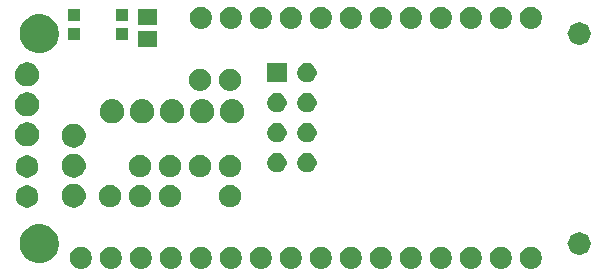
<source format=gbr>
G04 #@! TF.GenerationSoftware,KiCad,Pcbnew,(5.1.4-0-10_14)*
G04 #@! TF.CreationDate,2019-11-15T10:31:40+01:00*
G04 #@! TF.ProjectId,FeatherWing nRF24L01 Adapter,46656174-6865-4725-9769-6e67206e5246,rev?*
G04 #@! TF.SameCoordinates,Original*
G04 #@! TF.FileFunction,Soldermask,Top*
G04 #@! TF.FilePolarity,Negative*
%FSLAX46Y46*%
G04 Gerber Fmt 4.6, Leading zero omitted, Abs format (unit mm)*
G04 Created by KiCad (PCBNEW (5.1.4-0-10_14)) date 2019-11-15 10:31:40*
%MOMM*%
%LPD*%
G04 APERTURE LIST*
%ADD10C,0.500000*%
%ADD11C,0.100000*%
G04 APERTURE END LIST*
D10*
X147205000Y-81280000D02*
G75*
G03X147955000Y-82030000I750000J0D01*
G01*
X147955000Y-82030000D02*
G75*
G03X148705000Y-81280000I0J750000D01*
G01*
X148705000Y-81280000D02*
G75*
G03X147955000Y-80530000I-750000J0D01*
G01*
X147955000Y-80530000D02*
G75*
G03X147205000Y-81280000I0J-750000D01*
G01*
X147205000Y-99060000D02*
G75*
G03X147955000Y-99810000I750000J0D01*
G01*
X147955000Y-99810000D02*
G75*
G03X148705000Y-99060000I0J750000D01*
G01*
X148705000Y-99060000D02*
G75*
G03X147955000Y-98310000I-750000J0D01*
G01*
X147955000Y-98310000D02*
G75*
G03X147205000Y-99060000I0J-750000D01*
G01*
D11*
G36*
X144068607Y-99334278D02*
G01*
X144129129Y-99346317D01*
X144300162Y-99417161D01*
X144454087Y-99520011D01*
X144584990Y-99650914D01*
X144687840Y-99804839D01*
X144758684Y-99975872D01*
X144794800Y-100157439D01*
X144794800Y-100342563D01*
X144758684Y-100524130D01*
X144687840Y-100695163D01*
X144584990Y-100849088D01*
X144454087Y-100979991D01*
X144300162Y-101082841D01*
X144129129Y-101153685D01*
X144068607Y-101165724D01*
X143947564Y-101189801D01*
X143762436Y-101189801D01*
X143641393Y-101165724D01*
X143580871Y-101153685D01*
X143409838Y-101082841D01*
X143255913Y-100979991D01*
X143125010Y-100849088D01*
X143022160Y-100695163D01*
X142951316Y-100524130D01*
X142915200Y-100342563D01*
X142915200Y-100157439D01*
X142951316Y-99975872D01*
X143022160Y-99804839D01*
X143125010Y-99650914D01*
X143255913Y-99520011D01*
X143409838Y-99417161D01*
X143580871Y-99346317D01*
X143641393Y-99334278D01*
X143762436Y-99310201D01*
X143947564Y-99310201D01*
X144068607Y-99334278D01*
X144068607Y-99334278D01*
G37*
G36*
X141528607Y-99334278D02*
G01*
X141589129Y-99346317D01*
X141760162Y-99417161D01*
X141914087Y-99520011D01*
X142044990Y-99650914D01*
X142147840Y-99804839D01*
X142218684Y-99975872D01*
X142254800Y-100157439D01*
X142254800Y-100342563D01*
X142218684Y-100524130D01*
X142147840Y-100695163D01*
X142044990Y-100849088D01*
X141914087Y-100979991D01*
X141760162Y-101082841D01*
X141589129Y-101153685D01*
X141528607Y-101165724D01*
X141407564Y-101189801D01*
X141222436Y-101189801D01*
X141101393Y-101165724D01*
X141040871Y-101153685D01*
X140869838Y-101082841D01*
X140715913Y-100979991D01*
X140585010Y-100849088D01*
X140482160Y-100695163D01*
X140411316Y-100524130D01*
X140375200Y-100342563D01*
X140375200Y-100157439D01*
X140411316Y-99975872D01*
X140482160Y-99804839D01*
X140585010Y-99650914D01*
X140715913Y-99520011D01*
X140869838Y-99417161D01*
X141040871Y-99346317D01*
X141101393Y-99334278D01*
X141222436Y-99310201D01*
X141407564Y-99310201D01*
X141528607Y-99334278D01*
X141528607Y-99334278D01*
G37*
G36*
X138988607Y-99334278D02*
G01*
X139049129Y-99346317D01*
X139220162Y-99417161D01*
X139374087Y-99520011D01*
X139504990Y-99650914D01*
X139607840Y-99804839D01*
X139678684Y-99975872D01*
X139714800Y-100157439D01*
X139714800Y-100342563D01*
X139678684Y-100524130D01*
X139607840Y-100695163D01*
X139504990Y-100849088D01*
X139374087Y-100979991D01*
X139220162Y-101082841D01*
X139049129Y-101153685D01*
X138988607Y-101165724D01*
X138867564Y-101189801D01*
X138682436Y-101189801D01*
X138561393Y-101165724D01*
X138500871Y-101153685D01*
X138329838Y-101082841D01*
X138175913Y-100979991D01*
X138045010Y-100849088D01*
X137942160Y-100695163D01*
X137871316Y-100524130D01*
X137835200Y-100342563D01*
X137835200Y-100157439D01*
X137871316Y-99975872D01*
X137942160Y-99804839D01*
X138045010Y-99650914D01*
X138175913Y-99520011D01*
X138329838Y-99417161D01*
X138500871Y-99346317D01*
X138561393Y-99334278D01*
X138682436Y-99310201D01*
X138867564Y-99310201D01*
X138988607Y-99334278D01*
X138988607Y-99334278D01*
G37*
G36*
X136448607Y-99334278D02*
G01*
X136509129Y-99346317D01*
X136680162Y-99417161D01*
X136834087Y-99520011D01*
X136964990Y-99650914D01*
X137067840Y-99804839D01*
X137138684Y-99975872D01*
X137174800Y-100157439D01*
X137174800Y-100342563D01*
X137138684Y-100524130D01*
X137067840Y-100695163D01*
X136964990Y-100849088D01*
X136834087Y-100979991D01*
X136680162Y-101082841D01*
X136509129Y-101153685D01*
X136448607Y-101165724D01*
X136327564Y-101189801D01*
X136142436Y-101189801D01*
X136021393Y-101165724D01*
X135960871Y-101153685D01*
X135789838Y-101082841D01*
X135635913Y-100979991D01*
X135505010Y-100849088D01*
X135402160Y-100695163D01*
X135331316Y-100524130D01*
X135295200Y-100342563D01*
X135295200Y-100157439D01*
X135331316Y-99975872D01*
X135402160Y-99804839D01*
X135505010Y-99650914D01*
X135635913Y-99520011D01*
X135789838Y-99417161D01*
X135960871Y-99346317D01*
X136021393Y-99334278D01*
X136142436Y-99310201D01*
X136327564Y-99310201D01*
X136448607Y-99334278D01*
X136448607Y-99334278D01*
G37*
G36*
X133908607Y-99334278D02*
G01*
X133969129Y-99346317D01*
X134140162Y-99417161D01*
X134294087Y-99520011D01*
X134424990Y-99650914D01*
X134527840Y-99804839D01*
X134598684Y-99975872D01*
X134634800Y-100157439D01*
X134634800Y-100342563D01*
X134598684Y-100524130D01*
X134527840Y-100695163D01*
X134424990Y-100849088D01*
X134294087Y-100979991D01*
X134140162Y-101082841D01*
X133969129Y-101153685D01*
X133908607Y-101165724D01*
X133787564Y-101189801D01*
X133602436Y-101189801D01*
X133481393Y-101165724D01*
X133420871Y-101153685D01*
X133249838Y-101082841D01*
X133095913Y-100979991D01*
X132965010Y-100849088D01*
X132862160Y-100695163D01*
X132791316Y-100524130D01*
X132755200Y-100342563D01*
X132755200Y-100157439D01*
X132791316Y-99975872D01*
X132862160Y-99804839D01*
X132965010Y-99650914D01*
X133095913Y-99520011D01*
X133249838Y-99417161D01*
X133420871Y-99346317D01*
X133481393Y-99334278D01*
X133602436Y-99310201D01*
X133787564Y-99310201D01*
X133908607Y-99334278D01*
X133908607Y-99334278D01*
G37*
G36*
X131368607Y-99334278D02*
G01*
X131429129Y-99346317D01*
X131600162Y-99417161D01*
X131754087Y-99520011D01*
X131884990Y-99650914D01*
X131987840Y-99804839D01*
X132058684Y-99975872D01*
X132094800Y-100157439D01*
X132094800Y-100342563D01*
X132058684Y-100524130D01*
X131987840Y-100695163D01*
X131884990Y-100849088D01*
X131754087Y-100979991D01*
X131600162Y-101082841D01*
X131429129Y-101153685D01*
X131368607Y-101165724D01*
X131247564Y-101189801D01*
X131062436Y-101189801D01*
X130941393Y-101165724D01*
X130880871Y-101153685D01*
X130709838Y-101082841D01*
X130555913Y-100979991D01*
X130425010Y-100849088D01*
X130322160Y-100695163D01*
X130251316Y-100524130D01*
X130215200Y-100342563D01*
X130215200Y-100157439D01*
X130251316Y-99975872D01*
X130322160Y-99804839D01*
X130425010Y-99650914D01*
X130555913Y-99520011D01*
X130709838Y-99417161D01*
X130880871Y-99346317D01*
X130941393Y-99334278D01*
X131062436Y-99310201D01*
X131247564Y-99310201D01*
X131368607Y-99334278D01*
X131368607Y-99334278D01*
G37*
G36*
X128828607Y-99334278D02*
G01*
X128889129Y-99346317D01*
X129060162Y-99417161D01*
X129214087Y-99520011D01*
X129344990Y-99650914D01*
X129447840Y-99804839D01*
X129518684Y-99975872D01*
X129554800Y-100157439D01*
X129554800Y-100342563D01*
X129518684Y-100524130D01*
X129447840Y-100695163D01*
X129344990Y-100849088D01*
X129214087Y-100979991D01*
X129060162Y-101082841D01*
X128889129Y-101153685D01*
X128828607Y-101165724D01*
X128707564Y-101189801D01*
X128522436Y-101189801D01*
X128401393Y-101165724D01*
X128340871Y-101153685D01*
X128169838Y-101082841D01*
X128015913Y-100979991D01*
X127885010Y-100849088D01*
X127782160Y-100695163D01*
X127711316Y-100524130D01*
X127675200Y-100342563D01*
X127675200Y-100157439D01*
X127711316Y-99975872D01*
X127782160Y-99804839D01*
X127885010Y-99650914D01*
X128015913Y-99520011D01*
X128169838Y-99417161D01*
X128340871Y-99346317D01*
X128401393Y-99334278D01*
X128522436Y-99310201D01*
X128707564Y-99310201D01*
X128828607Y-99334278D01*
X128828607Y-99334278D01*
G37*
G36*
X126288607Y-99334278D02*
G01*
X126349129Y-99346317D01*
X126520162Y-99417161D01*
X126674087Y-99520011D01*
X126804990Y-99650914D01*
X126907840Y-99804839D01*
X126978684Y-99975872D01*
X127014800Y-100157439D01*
X127014800Y-100342563D01*
X126978684Y-100524130D01*
X126907840Y-100695163D01*
X126804990Y-100849088D01*
X126674087Y-100979991D01*
X126520162Y-101082841D01*
X126349129Y-101153685D01*
X126288607Y-101165724D01*
X126167564Y-101189801D01*
X125982436Y-101189801D01*
X125861393Y-101165724D01*
X125800871Y-101153685D01*
X125629838Y-101082841D01*
X125475913Y-100979991D01*
X125345010Y-100849088D01*
X125242160Y-100695163D01*
X125171316Y-100524130D01*
X125135200Y-100342563D01*
X125135200Y-100157439D01*
X125171316Y-99975872D01*
X125242160Y-99804839D01*
X125345010Y-99650914D01*
X125475913Y-99520011D01*
X125629838Y-99417161D01*
X125800871Y-99346317D01*
X125861393Y-99334278D01*
X125982436Y-99310201D01*
X126167564Y-99310201D01*
X126288607Y-99334278D01*
X126288607Y-99334278D01*
G37*
G36*
X123748607Y-99334278D02*
G01*
X123809129Y-99346317D01*
X123980162Y-99417161D01*
X124134087Y-99520011D01*
X124264990Y-99650914D01*
X124367840Y-99804839D01*
X124438684Y-99975872D01*
X124474800Y-100157439D01*
X124474800Y-100342563D01*
X124438684Y-100524130D01*
X124367840Y-100695163D01*
X124264990Y-100849088D01*
X124134087Y-100979991D01*
X123980162Y-101082841D01*
X123809129Y-101153685D01*
X123748607Y-101165724D01*
X123627564Y-101189801D01*
X123442436Y-101189801D01*
X123321393Y-101165724D01*
X123260871Y-101153685D01*
X123089838Y-101082841D01*
X122935913Y-100979991D01*
X122805010Y-100849088D01*
X122702160Y-100695163D01*
X122631316Y-100524130D01*
X122595200Y-100342563D01*
X122595200Y-100157439D01*
X122631316Y-99975872D01*
X122702160Y-99804839D01*
X122805010Y-99650914D01*
X122935913Y-99520011D01*
X123089838Y-99417161D01*
X123260871Y-99346317D01*
X123321393Y-99334278D01*
X123442436Y-99310201D01*
X123627564Y-99310201D01*
X123748607Y-99334278D01*
X123748607Y-99334278D01*
G37*
G36*
X121208607Y-99334278D02*
G01*
X121269129Y-99346317D01*
X121440162Y-99417161D01*
X121594087Y-99520011D01*
X121724990Y-99650914D01*
X121827840Y-99804839D01*
X121898684Y-99975872D01*
X121934800Y-100157439D01*
X121934800Y-100342563D01*
X121898684Y-100524130D01*
X121827840Y-100695163D01*
X121724990Y-100849088D01*
X121594087Y-100979991D01*
X121440162Y-101082841D01*
X121269129Y-101153685D01*
X121208607Y-101165724D01*
X121087564Y-101189801D01*
X120902436Y-101189801D01*
X120781393Y-101165724D01*
X120720871Y-101153685D01*
X120549838Y-101082841D01*
X120395913Y-100979991D01*
X120265010Y-100849088D01*
X120162160Y-100695163D01*
X120091316Y-100524130D01*
X120055200Y-100342563D01*
X120055200Y-100157439D01*
X120091316Y-99975872D01*
X120162160Y-99804839D01*
X120265010Y-99650914D01*
X120395913Y-99520011D01*
X120549838Y-99417161D01*
X120720871Y-99346317D01*
X120781393Y-99334278D01*
X120902436Y-99310201D01*
X121087564Y-99310201D01*
X121208607Y-99334278D01*
X121208607Y-99334278D01*
G37*
G36*
X118668607Y-99334278D02*
G01*
X118729129Y-99346317D01*
X118900162Y-99417161D01*
X119054087Y-99520011D01*
X119184990Y-99650914D01*
X119287840Y-99804839D01*
X119358684Y-99975872D01*
X119394800Y-100157439D01*
X119394800Y-100342563D01*
X119358684Y-100524130D01*
X119287840Y-100695163D01*
X119184990Y-100849088D01*
X119054087Y-100979991D01*
X118900162Y-101082841D01*
X118729129Y-101153685D01*
X118668607Y-101165724D01*
X118547564Y-101189801D01*
X118362436Y-101189801D01*
X118241393Y-101165724D01*
X118180871Y-101153685D01*
X118009838Y-101082841D01*
X117855913Y-100979991D01*
X117725010Y-100849088D01*
X117622160Y-100695163D01*
X117551316Y-100524130D01*
X117515200Y-100342563D01*
X117515200Y-100157439D01*
X117551316Y-99975872D01*
X117622160Y-99804839D01*
X117725010Y-99650914D01*
X117855913Y-99520011D01*
X118009838Y-99417161D01*
X118180871Y-99346317D01*
X118241393Y-99334278D01*
X118362436Y-99310201D01*
X118547564Y-99310201D01*
X118668607Y-99334278D01*
X118668607Y-99334278D01*
G37*
G36*
X116128607Y-99334278D02*
G01*
X116189129Y-99346317D01*
X116360162Y-99417161D01*
X116514087Y-99520011D01*
X116644990Y-99650914D01*
X116747840Y-99804839D01*
X116818684Y-99975872D01*
X116854800Y-100157439D01*
X116854800Y-100342563D01*
X116818684Y-100524130D01*
X116747840Y-100695163D01*
X116644990Y-100849088D01*
X116514087Y-100979991D01*
X116360162Y-101082841D01*
X116189129Y-101153685D01*
X116128607Y-101165724D01*
X116007564Y-101189801D01*
X115822436Y-101189801D01*
X115701393Y-101165724D01*
X115640871Y-101153685D01*
X115469838Y-101082841D01*
X115315913Y-100979991D01*
X115185010Y-100849088D01*
X115082160Y-100695163D01*
X115011316Y-100524130D01*
X114975200Y-100342563D01*
X114975200Y-100157439D01*
X115011316Y-99975872D01*
X115082160Y-99804839D01*
X115185010Y-99650914D01*
X115315913Y-99520011D01*
X115469838Y-99417161D01*
X115640871Y-99346317D01*
X115701393Y-99334278D01*
X115822436Y-99310201D01*
X116007564Y-99310201D01*
X116128607Y-99334278D01*
X116128607Y-99334278D01*
G37*
G36*
X113588607Y-99334278D02*
G01*
X113649129Y-99346317D01*
X113820162Y-99417161D01*
X113974087Y-99520011D01*
X114104990Y-99650914D01*
X114207840Y-99804839D01*
X114278684Y-99975872D01*
X114314800Y-100157439D01*
X114314800Y-100342563D01*
X114278684Y-100524130D01*
X114207840Y-100695163D01*
X114104990Y-100849088D01*
X113974087Y-100979991D01*
X113820162Y-101082841D01*
X113649129Y-101153685D01*
X113588607Y-101165724D01*
X113467564Y-101189801D01*
X113282436Y-101189801D01*
X113161393Y-101165724D01*
X113100871Y-101153685D01*
X112929838Y-101082841D01*
X112775913Y-100979991D01*
X112645010Y-100849088D01*
X112542160Y-100695163D01*
X112471316Y-100524130D01*
X112435200Y-100342563D01*
X112435200Y-100157439D01*
X112471316Y-99975872D01*
X112542160Y-99804839D01*
X112645010Y-99650914D01*
X112775913Y-99520011D01*
X112929838Y-99417161D01*
X113100871Y-99346317D01*
X113161393Y-99334278D01*
X113282436Y-99310201D01*
X113467564Y-99310201D01*
X113588607Y-99334278D01*
X113588607Y-99334278D01*
G37*
G36*
X111048607Y-99334278D02*
G01*
X111109129Y-99346317D01*
X111280162Y-99417161D01*
X111434087Y-99520011D01*
X111564990Y-99650914D01*
X111667840Y-99804839D01*
X111738684Y-99975872D01*
X111774800Y-100157439D01*
X111774800Y-100342563D01*
X111738684Y-100524130D01*
X111667840Y-100695163D01*
X111564990Y-100849088D01*
X111434087Y-100979991D01*
X111280162Y-101082841D01*
X111109129Y-101153685D01*
X111048607Y-101165724D01*
X110927564Y-101189801D01*
X110742436Y-101189801D01*
X110621393Y-101165724D01*
X110560871Y-101153685D01*
X110389838Y-101082841D01*
X110235913Y-100979991D01*
X110105010Y-100849088D01*
X110002160Y-100695163D01*
X109931316Y-100524130D01*
X109895200Y-100342563D01*
X109895200Y-100157439D01*
X109931316Y-99975872D01*
X110002160Y-99804839D01*
X110105010Y-99650914D01*
X110235913Y-99520011D01*
X110389838Y-99417161D01*
X110560871Y-99346317D01*
X110621393Y-99334278D01*
X110742436Y-99310201D01*
X110927564Y-99310201D01*
X111048607Y-99334278D01*
X111048607Y-99334278D01*
G37*
G36*
X108508607Y-99334278D02*
G01*
X108569129Y-99346317D01*
X108740162Y-99417161D01*
X108894087Y-99520011D01*
X109024990Y-99650914D01*
X109127840Y-99804839D01*
X109198684Y-99975872D01*
X109234800Y-100157439D01*
X109234800Y-100342563D01*
X109198684Y-100524130D01*
X109127840Y-100695163D01*
X109024990Y-100849088D01*
X108894087Y-100979991D01*
X108740162Y-101082841D01*
X108569129Y-101153685D01*
X108508607Y-101165724D01*
X108387564Y-101189801D01*
X108202436Y-101189801D01*
X108081393Y-101165724D01*
X108020871Y-101153685D01*
X107849838Y-101082841D01*
X107695913Y-100979991D01*
X107565010Y-100849088D01*
X107462160Y-100695163D01*
X107391316Y-100524130D01*
X107355200Y-100342563D01*
X107355200Y-100157439D01*
X107391316Y-99975872D01*
X107462160Y-99804839D01*
X107565010Y-99650914D01*
X107695913Y-99520011D01*
X107849838Y-99417161D01*
X108020871Y-99346317D01*
X108081393Y-99334278D01*
X108202436Y-99310201D01*
X108387564Y-99310201D01*
X108508607Y-99334278D01*
X108508607Y-99334278D01*
G37*
G36*
X105968607Y-99334278D02*
G01*
X106029129Y-99346317D01*
X106200162Y-99417161D01*
X106354087Y-99520011D01*
X106484990Y-99650914D01*
X106587840Y-99804839D01*
X106658684Y-99975872D01*
X106694800Y-100157439D01*
X106694800Y-100342563D01*
X106658684Y-100524130D01*
X106587840Y-100695163D01*
X106484990Y-100849088D01*
X106354087Y-100979991D01*
X106200162Y-101082841D01*
X106029129Y-101153685D01*
X105968607Y-101165724D01*
X105847564Y-101189801D01*
X105662436Y-101189801D01*
X105541393Y-101165724D01*
X105480871Y-101153685D01*
X105309838Y-101082841D01*
X105155913Y-100979991D01*
X105025010Y-100849088D01*
X104922160Y-100695163D01*
X104851316Y-100524130D01*
X104815200Y-100342563D01*
X104815200Y-100157439D01*
X104851316Y-99975872D01*
X104922160Y-99804839D01*
X105025010Y-99650914D01*
X105155913Y-99520011D01*
X105309838Y-99417161D01*
X105480871Y-99346317D01*
X105541393Y-99334278D01*
X105662436Y-99310201D01*
X105847564Y-99310201D01*
X105968607Y-99334278D01*
X105968607Y-99334278D01*
G37*
G36*
X102503900Y-97430346D02*
G01*
X102716521Y-97472639D01*
X103016947Y-97597080D01*
X103287324Y-97777740D01*
X103517260Y-98007676D01*
X103697920Y-98278053D01*
X103822361Y-98578479D01*
X103840670Y-98670525D01*
X103885800Y-98897409D01*
X103885800Y-99222591D01*
X103876214Y-99270783D01*
X103822361Y-99541521D01*
X103697920Y-99841947D01*
X103517260Y-100112324D01*
X103287324Y-100342260D01*
X103016947Y-100522920D01*
X102716521Y-100647361D01*
X102503900Y-100689654D01*
X102397591Y-100710800D01*
X102072409Y-100710800D01*
X101966100Y-100689654D01*
X101753479Y-100647361D01*
X101453053Y-100522920D01*
X101182676Y-100342260D01*
X100952740Y-100112324D01*
X100772080Y-99841947D01*
X100647639Y-99541521D01*
X100593786Y-99270783D01*
X100584200Y-99222591D01*
X100584200Y-98897409D01*
X100629330Y-98670525D01*
X100647639Y-98578479D01*
X100772080Y-98278053D01*
X100952740Y-98007676D01*
X101182676Y-97777740D01*
X101453053Y-97597080D01*
X101753479Y-97472639D01*
X101966100Y-97430346D01*
X102072409Y-97409200D01*
X102397591Y-97409200D01*
X102503900Y-97430346D01*
X102503900Y-97430346D01*
G37*
G36*
X148062457Y-98519782D02*
G01*
X148165783Y-98551126D01*
X148261009Y-98602026D01*
X148344475Y-98670525D01*
X148412974Y-98753991D01*
X148463874Y-98849217D01*
X148495218Y-98952543D01*
X148505801Y-99059999D01*
X148505801Y-99060001D01*
X148495218Y-99167457D01*
X148463874Y-99270783D01*
X148412974Y-99366009D01*
X148344475Y-99449475D01*
X148261009Y-99517974D01*
X148165783Y-99568874D01*
X148062457Y-99600218D01*
X147955001Y-99610801D01*
X147954999Y-99610801D01*
X147847543Y-99600218D01*
X147744217Y-99568874D01*
X147648991Y-99517974D01*
X147565525Y-99449475D01*
X147497026Y-99366009D01*
X147446126Y-99270783D01*
X147414782Y-99167457D01*
X147404199Y-99060001D01*
X147404199Y-99059999D01*
X147414782Y-98952543D01*
X147446126Y-98849217D01*
X147497026Y-98753991D01*
X147565525Y-98670525D01*
X147648991Y-98602026D01*
X147744217Y-98551126D01*
X147847543Y-98519782D01*
X147954999Y-98509199D01*
X147955001Y-98509199D01*
X148062457Y-98519782D01*
X148062457Y-98519782D01*
G37*
G36*
X105386926Y-94006029D02*
G01*
X105452356Y-94019044D01*
X105624142Y-94090200D01*
X105637256Y-94095632D01*
X105803662Y-94206821D01*
X105945179Y-94348338D01*
X106056368Y-94514744D01*
X106132956Y-94699645D01*
X106172000Y-94895931D01*
X106172000Y-95096069D01*
X106158773Y-95162564D01*
X106132956Y-95292356D01*
X106056368Y-95477256D01*
X105945179Y-95643662D01*
X105803662Y-95785179D01*
X105637256Y-95896368D01*
X105452356Y-95972956D01*
X105386926Y-95985971D01*
X105256069Y-96012000D01*
X105055931Y-96012000D01*
X104925074Y-95985971D01*
X104859644Y-95972956D01*
X104674744Y-95896368D01*
X104508338Y-95785179D01*
X104366821Y-95643662D01*
X104255632Y-95477256D01*
X104179044Y-95292356D01*
X104153227Y-95162564D01*
X104140000Y-95096069D01*
X104140000Y-94895931D01*
X104179044Y-94699645D01*
X104255632Y-94514744D01*
X104366821Y-94348338D01*
X104508338Y-94206821D01*
X104674744Y-94095632D01*
X104687858Y-94090200D01*
X104859644Y-94019044D01*
X104925074Y-94006029D01*
X105055931Y-93980000D01*
X105256069Y-93980000D01*
X105386926Y-94006029D01*
X105386926Y-94006029D01*
G37*
G36*
X101413607Y-94154277D02*
G01*
X101474129Y-94166316D01*
X101645162Y-94237160D01*
X101799087Y-94340010D01*
X101929990Y-94470913D01*
X102032840Y-94624838D01*
X102087116Y-94755871D01*
X102103684Y-94795872D01*
X102131844Y-94937438D01*
X102139800Y-94977438D01*
X102139800Y-95162562D01*
X102111641Y-95304129D01*
X102103684Y-95344128D01*
X102049409Y-95475162D01*
X102032840Y-95515162D01*
X101929990Y-95669087D01*
X101799087Y-95799990D01*
X101645162Y-95902840D01*
X101474129Y-95973684D01*
X101413607Y-95985723D01*
X101292564Y-96009800D01*
X101107436Y-96009800D01*
X100986393Y-95985723D01*
X100925871Y-95973684D01*
X100754838Y-95902840D01*
X100600913Y-95799990D01*
X100470010Y-95669087D01*
X100367160Y-95515162D01*
X100350592Y-95475162D01*
X100296316Y-95344128D01*
X100288360Y-95304129D01*
X100260200Y-95162562D01*
X100260200Y-94977438D01*
X100268157Y-94937438D01*
X100296316Y-94795872D01*
X100312885Y-94755871D01*
X100367160Y-94624838D01*
X100470010Y-94470913D01*
X100600913Y-94340010D01*
X100754838Y-94237160D01*
X100925871Y-94166316D01*
X100986393Y-94154277D01*
X101107436Y-94130200D01*
X101292564Y-94130200D01*
X101413607Y-94154277D01*
X101413607Y-94154277D01*
G37*
G36*
X108443607Y-94114277D02*
G01*
X108504129Y-94126316D01*
X108675162Y-94197160D01*
X108735024Y-94237159D01*
X108829087Y-94300010D01*
X108959990Y-94430913D01*
X109062841Y-94584840D01*
X109079409Y-94624840D01*
X109133684Y-94755871D01*
X109141641Y-94795872D01*
X109169800Y-94937436D01*
X109169800Y-95122564D01*
X109161843Y-95162564D01*
X109133684Y-95304129D01*
X109062840Y-95475162D01*
X108959990Y-95629087D01*
X108829087Y-95759990D01*
X108675162Y-95862840D01*
X108504129Y-95933684D01*
X108443607Y-95945723D01*
X108322564Y-95969800D01*
X108137436Y-95969800D01*
X108016393Y-95945723D01*
X107955871Y-95933684D01*
X107784838Y-95862840D01*
X107630913Y-95759990D01*
X107500010Y-95629087D01*
X107397160Y-95475162D01*
X107326316Y-95304129D01*
X107298157Y-95162564D01*
X107290200Y-95122564D01*
X107290200Y-94937436D01*
X107318359Y-94795872D01*
X107326316Y-94755871D01*
X107380591Y-94624840D01*
X107397159Y-94584840D01*
X107500010Y-94430913D01*
X107630913Y-94300010D01*
X107724976Y-94237159D01*
X107784838Y-94197160D01*
X107955871Y-94126316D01*
X108016393Y-94114277D01*
X108137436Y-94090200D01*
X108322564Y-94090200D01*
X108443607Y-94114277D01*
X108443607Y-94114277D01*
G37*
G36*
X118603607Y-94114277D02*
G01*
X118664129Y-94126316D01*
X118835162Y-94197160D01*
X118895024Y-94237159D01*
X118989087Y-94300010D01*
X119119990Y-94430913D01*
X119222841Y-94584840D01*
X119239409Y-94624840D01*
X119293684Y-94755871D01*
X119301641Y-94795872D01*
X119329800Y-94937436D01*
X119329800Y-95122564D01*
X119321843Y-95162564D01*
X119293684Y-95304129D01*
X119222840Y-95475162D01*
X119119990Y-95629087D01*
X118989087Y-95759990D01*
X118835162Y-95862840D01*
X118664129Y-95933684D01*
X118603607Y-95945723D01*
X118482564Y-95969800D01*
X118297436Y-95969800D01*
X118176393Y-95945723D01*
X118115871Y-95933684D01*
X117944838Y-95862840D01*
X117790913Y-95759990D01*
X117660010Y-95629087D01*
X117557160Y-95475162D01*
X117486316Y-95304129D01*
X117458157Y-95162564D01*
X117450200Y-95122564D01*
X117450200Y-94937436D01*
X117478359Y-94795872D01*
X117486316Y-94755871D01*
X117540591Y-94624840D01*
X117557159Y-94584840D01*
X117660010Y-94430913D01*
X117790913Y-94300010D01*
X117884976Y-94237159D01*
X117944838Y-94197160D01*
X118115871Y-94126316D01*
X118176393Y-94114277D01*
X118297436Y-94090200D01*
X118482564Y-94090200D01*
X118603607Y-94114277D01*
X118603607Y-94114277D01*
G37*
G36*
X113523607Y-94114277D02*
G01*
X113584129Y-94126316D01*
X113755162Y-94197160D01*
X113815024Y-94237159D01*
X113909087Y-94300010D01*
X114039990Y-94430913D01*
X114142841Y-94584840D01*
X114159409Y-94624840D01*
X114213684Y-94755871D01*
X114221641Y-94795872D01*
X114249800Y-94937436D01*
X114249800Y-95122564D01*
X114241843Y-95162564D01*
X114213684Y-95304129D01*
X114142840Y-95475162D01*
X114039990Y-95629087D01*
X113909087Y-95759990D01*
X113755162Y-95862840D01*
X113584129Y-95933684D01*
X113523607Y-95945723D01*
X113402564Y-95969800D01*
X113217436Y-95969800D01*
X113096393Y-95945723D01*
X113035871Y-95933684D01*
X112864838Y-95862840D01*
X112710913Y-95759990D01*
X112580010Y-95629087D01*
X112477160Y-95475162D01*
X112406316Y-95304129D01*
X112378157Y-95162564D01*
X112370200Y-95122564D01*
X112370200Y-94937436D01*
X112398359Y-94795872D01*
X112406316Y-94755871D01*
X112460591Y-94624840D01*
X112477159Y-94584840D01*
X112580010Y-94430913D01*
X112710913Y-94300010D01*
X112804976Y-94237159D01*
X112864838Y-94197160D01*
X113035871Y-94126316D01*
X113096393Y-94114277D01*
X113217436Y-94090200D01*
X113402564Y-94090200D01*
X113523607Y-94114277D01*
X113523607Y-94114277D01*
G37*
G36*
X110983607Y-94114277D02*
G01*
X111044129Y-94126316D01*
X111215162Y-94197160D01*
X111275024Y-94237159D01*
X111369087Y-94300010D01*
X111499990Y-94430913D01*
X111602841Y-94584840D01*
X111619409Y-94624840D01*
X111673684Y-94755871D01*
X111681641Y-94795872D01*
X111709800Y-94937436D01*
X111709800Y-95122564D01*
X111701843Y-95162564D01*
X111673684Y-95304129D01*
X111602840Y-95475162D01*
X111499990Y-95629087D01*
X111369087Y-95759990D01*
X111215162Y-95862840D01*
X111044129Y-95933684D01*
X110983607Y-95945723D01*
X110862564Y-95969800D01*
X110677436Y-95969800D01*
X110556393Y-95945723D01*
X110495871Y-95933684D01*
X110324838Y-95862840D01*
X110170913Y-95759990D01*
X110040010Y-95629087D01*
X109937160Y-95475162D01*
X109866316Y-95304129D01*
X109838157Y-95162564D01*
X109830200Y-95122564D01*
X109830200Y-94937436D01*
X109858359Y-94795872D01*
X109866316Y-94755871D01*
X109920591Y-94624840D01*
X109937159Y-94584840D01*
X110040010Y-94430913D01*
X110170913Y-94300010D01*
X110264976Y-94237159D01*
X110324838Y-94197160D01*
X110495871Y-94126316D01*
X110556393Y-94114277D01*
X110677436Y-94090200D01*
X110862564Y-94090200D01*
X110983607Y-94114277D01*
X110983607Y-94114277D01*
G37*
G36*
X105386926Y-91466029D02*
G01*
X105452356Y-91479044D01*
X105637256Y-91555632D01*
X105803662Y-91666821D01*
X105945179Y-91808338D01*
X106056368Y-91974744D01*
X106117333Y-92121926D01*
X106132956Y-92159645D01*
X106172000Y-92355931D01*
X106172000Y-92556069D01*
X106158773Y-92622564D01*
X106132956Y-92752356D01*
X106056368Y-92937256D01*
X105945179Y-93103662D01*
X105803662Y-93245179D01*
X105637256Y-93356368D01*
X105452356Y-93432956D01*
X105386926Y-93445971D01*
X105256069Y-93472000D01*
X105055931Y-93472000D01*
X104925074Y-93445971D01*
X104859644Y-93432956D01*
X104674744Y-93356368D01*
X104508338Y-93245179D01*
X104366821Y-93103662D01*
X104255632Y-92937256D01*
X104179044Y-92752356D01*
X104153227Y-92622564D01*
X104140000Y-92556069D01*
X104140000Y-92355931D01*
X104179044Y-92159645D01*
X104194668Y-92121926D01*
X104255632Y-91974744D01*
X104366821Y-91808338D01*
X104508338Y-91666821D01*
X104674744Y-91555632D01*
X104859644Y-91479044D01*
X104925074Y-91466029D01*
X105055931Y-91440000D01*
X105256069Y-91440000D01*
X105386926Y-91466029D01*
X105386926Y-91466029D01*
G37*
G36*
X101413607Y-91614277D02*
G01*
X101474129Y-91626316D01*
X101548593Y-91657160D01*
X101612771Y-91683743D01*
X101645162Y-91697160D01*
X101799087Y-91800010D01*
X101929990Y-91930913D01*
X102032840Y-92084838D01*
X102087116Y-92215871D01*
X102103684Y-92255872D01*
X102131844Y-92397438D01*
X102139800Y-92437438D01*
X102139800Y-92622562D01*
X102103684Y-92804129D01*
X102054665Y-92922471D01*
X102049409Y-92935162D01*
X102032840Y-92975162D01*
X101929990Y-93129087D01*
X101799087Y-93259990D01*
X101645162Y-93362840D01*
X101474129Y-93433684D01*
X101413607Y-93445723D01*
X101292564Y-93469800D01*
X101107436Y-93469800D01*
X100986393Y-93445723D01*
X100925871Y-93433684D01*
X100754838Y-93362840D01*
X100600913Y-93259990D01*
X100470010Y-93129087D01*
X100367160Y-92975162D01*
X100350592Y-92935162D01*
X100345335Y-92922471D01*
X100296316Y-92804129D01*
X100260200Y-92622562D01*
X100260200Y-92437438D01*
X100268157Y-92397438D01*
X100296316Y-92255872D01*
X100312885Y-92215871D01*
X100367160Y-92084838D01*
X100470010Y-91930913D01*
X100600913Y-91800010D01*
X100754838Y-91697160D01*
X100787230Y-91683743D01*
X100851407Y-91657160D01*
X100925871Y-91626316D01*
X100986393Y-91614277D01*
X101107436Y-91590200D01*
X101292564Y-91590200D01*
X101413607Y-91614277D01*
X101413607Y-91614277D01*
G37*
G36*
X118584612Y-91570499D02*
G01*
X118664129Y-91586316D01*
X118835162Y-91657160D01*
X118874946Y-91683743D01*
X118989087Y-91760010D01*
X119119990Y-91890913D01*
X119222841Y-92044840D01*
X119239409Y-92084840D01*
X119293684Y-92215871D01*
X119301641Y-92255872D01*
X119329800Y-92397436D01*
X119329800Y-92582564D01*
X119321843Y-92622564D01*
X119293684Y-92764129D01*
X119222840Y-92935162D01*
X119119990Y-93089087D01*
X118989087Y-93219990D01*
X118835162Y-93322840D01*
X118664129Y-93393684D01*
X118603607Y-93405723D01*
X118482564Y-93429800D01*
X118297436Y-93429800D01*
X118176393Y-93405723D01*
X118115871Y-93393684D01*
X117944838Y-93322840D01*
X117790913Y-93219990D01*
X117660010Y-93089087D01*
X117557160Y-92935162D01*
X117486316Y-92764129D01*
X117458157Y-92622564D01*
X117450200Y-92582564D01*
X117450200Y-92397436D01*
X117478359Y-92255872D01*
X117486316Y-92215871D01*
X117540591Y-92084840D01*
X117557159Y-92044840D01*
X117660010Y-91890913D01*
X117790913Y-91760010D01*
X117905054Y-91683743D01*
X117944838Y-91657160D01*
X118115871Y-91586316D01*
X118195388Y-91570499D01*
X118297436Y-91550200D01*
X118482564Y-91550200D01*
X118584612Y-91570499D01*
X118584612Y-91570499D01*
G37*
G36*
X116044612Y-91570499D02*
G01*
X116124129Y-91586316D01*
X116295162Y-91657160D01*
X116334946Y-91683743D01*
X116449087Y-91760010D01*
X116579990Y-91890913D01*
X116682841Y-92044840D01*
X116699409Y-92084840D01*
X116753684Y-92215871D01*
X116761641Y-92255872D01*
X116789800Y-92397436D01*
X116789800Y-92582564D01*
X116781843Y-92622564D01*
X116753684Y-92764129D01*
X116682840Y-92935162D01*
X116579990Y-93089087D01*
X116449087Y-93219990D01*
X116295162Y-93322840D01*
X116124129Y-93393684D01*
X116063607Y-93405723D01*
X115942564Y-93429800D01*
X115757436Y-93429800D01*
X115636393Y-93405723D01*
X115575871Y-93393684D01*
X115404838Y-93322840D01*
X115250913Y-93219990D01*
X115120010Y-93089087D01*
X115017160Y-92935162D01*
X114946316Y-92764129D01*
X114918157Y-92622564D01*
X114910200Y-92582564D01*
X114910200Y-92397436D01*
X114938359Y-92255872D01*
X114946316Y-92215871D01*
X115000591Y-92084840D01*
X115017159Y-92044840D01*
X115120010Y-91890913D01*
X115250913Y-91760010D01*
X115365054Y-91683743D01*
X115404838Y-91657160D01*
X115575871Y-91586316D01*
X115655388Y-91570499D01*
X115757436Y-91550200D01*
X115942564Y-91550200D01*
X116044612Y-91570499D01*
X116044612Y-91570499D01*
G37*
G36*
X113504612Y-91570499D02*
G01*
X113584129Y-91586316D01*
X113755162Y-91657160D01*
X113794946Y-91683743D01*
X113909087Y-91760010D01*
X114039990Y-91890913D01*
X114142841Y-92044840D01*
X114159409Y-92084840D01*
X114213684Y-92215871D01*
X114221641Y-92255872D01*
X114249800Y-92397436D01*
X114249800Y-92582564D01*
X114241843Y-92622564D01*
X114213684Y-92764129D01*
X114142840Y-92935162D01*
X114039990Y-93089087D01*
X113909087Y-93219990D01*
X113755162Y-93322840D01*
X113584129Y-93393684D01*
X113523607Y-93405723D01*
X113402564Y-93429800D01*
X113217436Y-93429800D01*
X113096393Y-93405723D01*
X113035871Y-93393684D01*
X112864838Y-93322840D01*
X112710913Y-93219990D01*
X112580010Y-93089087D01*
X112477160Y-92935162D01*
X112406316Y-92764129D01*
X112378157Y-92622564D01*
X112370200Y-92582564D01*
X112370200Y-92397436D01*
X112398359Y-92255872D01*
X112406316Y-92215871D01*
X112460591Y-92084840D01*
X112477159Y-92044840D01*
X112580010Y-91890913D01*
X112710913Y-91760010D01*
X112825054Y-91683743D01*
X112864838Y-91657160D01*
X113035871Y-91586316D01*
X113115388Y-91570499D01*
X113217436Y-91550200D01*
X113402564Y-91550200D01*
X113504612Y-91570499D01*
X113504612Y-91570499D01*
G37*
G36*
X110964612Y-91570499D02*
G01*
X111044129Y-91586316D01*
X111215162Y-91657160D01*
X111254946Y-91683743D01*
X111369087Y-91760010D01*
X111499990Y-91890913D01*
X111602841Y-92044840D01*
X111619409Y-92084840D01*
X111673684Y-92215871D01*
X111681641Y-92255872D01*
X111709800Y-92397436D01*
X111709800Y-92582564D01*
X111701843Y-92622564D01*
X111673684Y-92764129D01*
X111602840Y-92935162D01*
X111499990Y-93089087D01*
X111369087Y-93219990D01*
X111215162Y-93322840D01*
X111044129Y-93393684D01*
X110983607Y-93405723D01*
X110862564Y-93429800D01*
X110677436Y-93429800D01*
X110556393Y-93405723D01*
X110495871Y-93393684D01*
X110324838Y-93322840D01*
X110170913Y-93219990D01*
X110040010Y-93089087D01*
X109937160Y-92935162D01*
X109866316Y-92764129D01*
X109838157Y-92622564D01*
X109830200Y-92582564D01*
X109830200Y-92397436D01*
X109858359Y-92255872D01*
X109866316Y-92215871D01*
X109920591Y-92084840D01*
X109937159Y-92044840D01*
X110040010Y-91890913D01*
X110170913Y-91760010D01*
X110285054Y-91683743D01*
X110324838Y-91657160D01*
X110495871Y-91586316D01*
X110575388Y-91570499D01*
X110677436Y-91550200D01*
X110862564Y-91550200D01*
X110964612Y-91570499D01*
X110964612Y-91570499D01*
G37*
G36*
X125141642Y-91420242D02*
G01*
X125289601Y-91481529D01*
X125422755Y-91570499D01*
X125536001Y-91683745D01*
X125624971Y-91816899D01*
X125686258Y-91964858D01*
X125717500Y-92121925D01*
X125717500Y-92282075D01*
X125686258Y-92439142D01*
X125624971Y-92587101D01*
X125536001Y-92720255D01*
X125422755Y-92833501D01*
X125289601Y-92922471D01*
X125141642Y-92983758D01*
X124984575Y-93015000D01*
X124824425Y-93015000D01*
X124667358Y-92983758D01*
X124519399Y-92922471D01*
X124386245Y-92833501D01*
X124272999Y-92720255D01*
X124184029Y-92587101D01*
X124122742Y-92439142D01*
X124091500Y-92282075D01*
X124091500Y-92121925D01*
X124122742Y-91964858D01*
X124184029Y-91816899D01*
X124272999Y-91683745D01*
X124386245Y-91570499D01*
X124519399Y-91481529D01*
X124667358Y-91420242D01*
X124824425Y-91389000D01*
X124984575Y-91389000D01*
X125141642Y-91420242D01*
X125141642Y-91420242D01*
G37*
G36*
X122601642Y-91420242D02*
G01*
X122749601Y-91481529D01*
X122882755Y-91570499D01*
X122996001Y-91683745D01*
X123084971Y-91816899D01*
X123146258Y-91964858D01*
X123177500Y-92121925D01*
X123177500Y-92282075D01*
X123146258Y-92439142D01*
X123084971Y-92587101D01*
X122996001Y-92720255D01*
X122882755Y-92833501D01*
X122749601Y-92922471D01*
X122601642Y-92983758D01*
X122444575Y-93015000D01*
X122284425Y-93015000D01*
X122127358Y-92983758D01*
X121979399Y-92922471D01*
X121846245Y-92833501D01*
X121732999Y-92720255D01*
X121644029Y-92587101D01*
X121582742Y-92439142D01*
X121551500Y-92282075D01*
X121551500Y-92121925D01*
X121582742Y-91964858D01*
X121644029Y-91816899D01*
X121732999Y-91683745D01*
X121846245Y-91570499D01*
X121979399Y-91481529D01*
X122127358Y-91420242D01*
X122284425Y-91389000D01*
X122444575Y-91389000D01*
X122601642Y-91420242D01*
X122601642Y-91420242D01*
G37*
G36*
X105386926Y-88926029D02*
G01*
X105452356Y-88939044D01*
X105637256Y-89015632D01*
X105803662Y-89126821D01*
X105945179Y-89268338D01*
X106056368Y-89434744D01*
X106117333Y-89581926D01*
X106132956Y-89619645D01*
X106172000Y-89815931D01*
X106172000Y-90016069D01*
X106165827Y-90047101D01*
X106132956Y-90212356D01*
X106056368Y-90397256D01*
X105945179Y-90563662D01*
X105803662Y-90705179D01*
X105637256Y-90816368D01*
X105452356Y-90892956D01*
X105386926Y-90905971D01*
X105256069Y-90932000D01*
X105055931Y-90932000D01*
X104925074Y-90905971D01*
X104859644Y-90892956D01*
X104674744Y-90816368D01*
X104508338Y-90705179D01*
X104366821Y-90563662D01*
X104255632Y-90397256D01*
X104179044Y-90212356D01*
X104146173Y-90047101D01*
X104140000Y-90016069D01*
X104140000Y-89815931D01*
X104179044Y-89619645D01*
X104194668Y-89581926D01*
X104255632Y-89434744D01*
X104366821Y-89268338D01*
X104508338Y-89126821D01*
X104674744Y-89015632D01*
X104859644Y-88939044D01*
X104925074Y-88926029D01*
X105055931Y-88900000D01*
X105256069Y-88900000D01*
X105386926Y-88926029D01*
X105386926Y-88926029D01*
G37*
G36*
X101430926Y-88810029D02*
G01*
X101496356Y-88823044D01*
X101681256Y-88899632D01*
X101847662Y-89010821D01*
X101989179Y-89152338D01*
X102100368Y-89318744D01*
X102176956Y-89503644D01*
X102216000Y-89699933D01*
X102216000Y-89900067D01*
X102176956Y-90096356D01*
X102100368Y-90281256D01*
X101989179Y-90447662D01*
X101847662Y-90589179D01*
X101681256Y-90700368D01*
X101496356Y-90776956D01*
X101430926Y-90789971D01*
X101300069Y-90816000D01*
X101099931Y-90816000D01*
X100969074Y-90789971D01*
X100903644Y-90776956D01*
X100718744Y-90700368D01*
X100552338Y-90589179D01*
X100410821Y-90447662D01*
X100299632Y-90281256D01*
X100223044Y-90096356D01*
X100184000Y-89900067D01*
X100184000Y-89699933D01*
X100223044Y-89503644D01*
X100299632Y-89318744D01*
X100410821Y-89152338D01*
X100552338Y-89010821D01*
X100718744Y-88899632D01*
X100903644Y-88823044D01*
X100969074Y-88810029D01*
X101099931Y-88784000D01*
X101300069Y-88784000D01*
X101430926Y-88810029D01*
X101430926Y-88810029D01*
G37*
G36*
X122601642Y-88880242D02*
G01*
X122749601Y-88941529D01*
X122882755Y-89030499D01*
X122996001Y-89143745D01*
X123084971Y-89276899D01*
X123146258Y-89424858D01*
X123177500Y-89581925D01*
X123177500Y-89742075D01*
X123146258Y-89899142D01*
X123084971Y-90047101D01*
X122996001Y-90180255D01*
X122882755Y-90293501D01*
X122749601Y-90382471D01*
X122601642Y-90443758D01*
X122444575Y-90475000D01*
X122284425Y-90475000D01*
X122127358Y-90443758D01*
X121979399Y-90382471D01*
X121846245Y-90293501D01*
X121732999Y-90180255D01*
X121644029Y-90047101D01*
X121582742Y-89899142D01*
X121551500Y-89742075D01*
X121551500Y-89581925D01*
X121582742Y-89424858D01*
X121644029Y-89276899D01*
X121732999Y-89143745D01*
X121846245Y-89030499D01*
X121979399Y-88941529D01*
X122127358Y-88880242D01*
X122284425Y-88849000D01*
X122444575Y-88849000D01*
X122601642Y-88880242D01*
X122601642Y-88880242D01*
G37*
G36*
X125141642Y-88880242D02*
G01*
X125289601Y-88941529D01*
X125422755Y-89030499D01*
X125536001Y-89143745D01*
X125624971Y-89276899D01*
X125686258Y-89424858D01*
X125717500Y-89581925D01*
X125717500Y-89742075D01*
X125686258Y-89899142D01*
X125624971Y-90047101D01*
X125536001Y-90180255D01*
X125422755Y-90293501D01*
X125289601Y-90382471D01*
X125141642Y-90443758D01*
X124984575Y-90475000D01*
X124824425Y-90475000D01*
X124667358Y-90443758D01*
X124519399Y-90382471D01*
X124386245Y-90293501D01*
X124272999Y-90180255D01*
X124184029Y-90047101D01*
X124122742Y-89899142D01*
X124091500Y-89742075D01*
X124091500Y-89581925D01*
X124122742Y-89424858D01*
X124184029Y-89276899D01*
X124272999Y-89143745D01*
X124386245Y-89030499D01*
X124519399Y-88941529D01*
X124667358Y-88880242D01*
X124824425Y-88849000D01*
X124984575Y-88849000D01*
X125141642Y-88880242D01*
X125141642Y-88880242D01*
G37*
G36*
X108625426Y-86843229D02*
G01*
X108690856Y-86856244D01*
X108875756Y-86932832D01*
X109042162Y-87044021D01*
X109183679Y-87185538D01*
X109294868Y-87351944D01*
X109359136Y-87507100D01*
X109371456Y-87536845D01*
X109410500Y-87733131D01*
X109410500Y-87933269D01*
X109387444Y-88049179D01*
X109371456Y-88129556D01*
X109294868Y-88314456D01*
X109183679Y-88480862D01*
X109042162Y-88622379D01*
X108875756Y-88733568D01*
X108690856Y-88810156D01*
X108626063Y-88823044D01*
X108494569Y-88849200D01*
X108294431Y-88849200D01*
X108162937Y-88823044D01*
X108098144Y-88810156D01*
X107913244Y-88733568D01*
X107746838Y-88622379D01*
X107605321Y-88480862D01*
X107494132Y-88314456D01*
X107417544Y-88129556D01*
X107401556Y-88049179D01*
X107378500Y-87933269D01*
X107378500Y-87733131D01*
X107417544Y-87536845D01*
X107429865Y-87507100D01*
X107494132Y-87351944D01*
X107605321Y-87185538D01*
X107746838Y-87044021D01*
X107913244Y-86932832D01*
X108098144Y-86856244D01*
X108163574Y-86843229D01*
X108294431Y-86817200D01*
X108494569Y-86817200D01*
X108625426Y-86843229D01*
X108625426Y-86843229D01*
G37*
G36*
X118785426Y-86843229D02*
G01*
X118850856Y-86856244D01*
X119035756Y-86932832D01*
X119202162Y-87044021D01*
X119343679Y-87185538D01*
X119454868Y-87351944D01*
X119519136Y-87507100D01*
X119531456Y-87536845D01*
X119570500Y-87733131D01*
X119570500Y-87933269D01*
X119547444Y-88049179D01*
X119531456Y-88129556D01*
X119454868Y-88314456D01*
X119343679Y-88480862D01*
X119202162Y-88622379D01*
X119035756Y-88733568D01*
X118850856Y-88810156D01*
X118786063Y-88823044D01*
X118654569Y-88849200D01*
X118454431Y-88849200D01*
X118322937Y-88823044D01*
X118258144Y-88810156D01*
X118073244Y-88733568D01*
X117906838Y-88622379D01*
X117765321Y-88480862D01*
X117654132Y-88314456D01*
X117577544Y-88129556D01*
X117561556Y-88049179D01*
X117538500Y-87933269D01*
X117538500Y-87733131D01*
X117577544Y-87536845D01*
X117589865Y-87507100D01*
X117654132Y-87351944D01*
X117765321Y-87185538D01*
X117906838Y-87044021D01*
X118073244Y-86932832D01*
X118258144Y-86856244D01*
X118323574Y-86843229D01*
X118454431Y-86817200D01*
X118654569Y-86817200D01*
X118785426Y-86843229D01*
X118785426Y-86843229D01*
G37*
G36*
X113705426Y-86843229D02*
G01*
X113770856Y-86856244D01*
X113955756Y-86932832D01*
X114122162Y-87044021D01*
X114263679Y-87185538D01*
X114374868Y-87351944D01*
X114439136Y-87507100D01*
X114451456Y-87536845D01*
X114490500Y-87733131D01*
X114490500Y-87933269D01*
X114467444Y-88049179D01*
X114451456Y-88129556D01*
X114374868Y-88314456D01*
X114263679Y-88480862D01*
X114122162Y-88622379D01*
X113955756Y-88733568D01*
X113770856Y-88810156D01*
X113706063Y-88823044D01*
X113574569Y-88849200D01*
X113374431Y-88849200D01*
X113242937Y-88823044D01*
X113178144Y-88810156D01*
X112993244Y-88733568D01*
X112826838Y-88622379D01*
X112685321Y-88480862D01*
X112574132Y-88314456D01*
X112497544Y-88129556D01*
X112481556Y-88049179D01*
X112458500Y-87933269D01*
X112458500Y-87733131D01*
X112497544Y-87536845D01*
X112509865Y-87507100D01*
X112574132Y-87351944D01*
X112685321Y-87185538D01*
X112826838Y-87044021D01*
X112993244Y-86932832D01*
X113178144Y-86856244D01*
X113243574Y-86843229D01*
X113374431Y-86817200D01*
X113574569Y-86817200D01*
X113705426Y-86843229D01*
X113705426Y-86843229D01*
G37*
G36*
X116245426Y-86843229D02*
G01*
X116310856Y-86856244D01*
X116495756Y-86932832D01*
X116662162Y-87044021D01*
X116803679Y-87185538D01*
X116914868Y-87351944D01*
X116979136Y-87507100D01*
X116991456Y-87536845D01*
X117030500Y-87733131D01*
X117030500Y-87933269D01*
X117007444Y-88049179D01*
X116991456Y-88129556D01*
X116914868Y-88314456D01*
X116803679Y-88480862D01*
X116662162Y-88622379D01*
X116495756Y-88733568D01*
X116310856Y-88810156D01*
X116246063Y-88823044D01*
X116114569Y-88849200D01*
X115914431Y-88849200D01*
X115782937Y-88823044D01*
X115718144Y-88810156D01*
X115533244Y-88733568D01*
X115366838Y-88622379D01*
X115225321Y-88480862D01*
X115114132Y-88314456D01*
X115037544Y-88129556D01*
X115021556Y-88049179D01*
X114998500Y-87933269D01*
X114998500Y-87733131D01*
X115037544Y-87536845D01*
X115049865Y-87507100D01*
X115114132Y-87351944D01*
X115225321Y-87185538D01*
X115366838Y-87044021D01*
X115533244Y-86932832D01*
X115718144Y-86856244D01*
X115783574Y-86843229D01*
X115914431Y-86817200D01*
X116114569Y-86817200D01*
X116245426Y-86843229D01*
X116245426Y-86843229D01*
G37*
G36*
X111165426Y-86843229D02*
G01*
X111230856Y-86856244D01*
X111415756Y-86932832D01*
X111582162Y-87044021D01*
X111723679Y-87185538D01*
X111834868Y-87351944D01*
X111899136Y-87507100D01*
X111911456Y-87536845D01*
X111950500Y-87733131D01*
X111950500Y-87933269D01*
X111927444Y-88049179D01*
X111911456Y-88129556D01*
X111834868Y-88314456D01*
X111723679Y-88480862D01*
X111582162Y-88622379D01*
X111415756Y-88733568D01*
X111230856Y-88810156D01*
X111166063Y-88823044D01*
X111034569Y-88849200D01*
X110834431Y-88849200D01*
X110702937Y-88823044D01*
X110638144Y-88810156D01*
X110453244Y-88733568D01*
X110286838Y-88622379D01*
X110145321Y-88480862D01*
X110034132Y-88314456D01*
X109957544Y-88129556D01*
X109941556Y-88049179D01*
X109918500Y-87933269D01*
X109918500Y-87733131D01*
X109957544Y-87536845D01*
X109969865Y-87507100D01*
X110034132Y-87351944D01*
X110145321Y-87185538D01*
X110286838Y-87044021D01*
X110453244Y-86932832D01*
X110638144Y-86856244D01*
X110703574Y-86843229D01*
X110834431Y-86817200D01*
X111034569Y-86817200D01*
X111165426Y-86843229D01*
X111165426Y-86843229D01*
G37*
G36*
X101430926Y-86270029D02*
G01*
X101496356Y-86283044D01*
X101681256Y-86359632D01*
X101847662Y-86470821D01*
X101989179Y-86612338D01*
X102100368Y-86778744D01*
X102176956Y-86963644D01*
X102216000Y-87159933D01*
X102216000Y-87360067D01*
X102176956Y-87556356D01*
X102100368Y-87741256D01*
X101989179Y-87907662D01*
X101847662Y-88049179D01*
X101681256Y-88160368D01*
X101496356Y-88236956D01*
X101430926Y-88249971D01*
X101300069Y-88276000D01*
X101099931Y-88276000D01*
X100969074Y-88249971D01*
X100903644Y-88236956D01*
X100718744Y-88160368D01*
X100552338Y-88049179D01*
X100410821Y-87907662D01*
X100299632Y-87741256D01*
X100223044Y-87556356D01*
X100184000Y-87360067D01*
X100184000Y-87159933D01*
X100223044Y-86963644D01*
X100299632Y-86778744D01*
X100410821Y-86612338D01*
X100552338Y-86470821D01*
X100718744Y-86359632D01*
X100903644Y-86283044D01*
X100969074Y-86270029D01*
X101099931Y-86244000D01*
X101300069Y-86244000D01*
X101430926Y-86270029D01*
X101430926Y-86270029D01*
G37*
G36*
X122601642Y-86340242D02*
G01*
X122749601Y-86401529D01*
X122882755Y-86490499D01*
X122996001Y-86603745D01*
X123084971Y-86736899D01*
X123146258Y-86884858D01*
X123177500Y-87041925D01*
X123177500Y-87202075D01*
X123146258Y-87359142D01*
X123084971Y-87507101D01*
X122996001Y-87640255D01*
X122882755Y-87753501D01*
X122749601Y-87842471D01*
X122601642Y-87903758D01*
X122444575Y-87935000D01*
X122284425Y-87935000D01*
X122127358Y-87903758D01*
X121979399Y-87842471D01*
X121846245Y-87753501D01*
X121732999Y-87640255D01*
X121644029Y-87507101D01*
X121582742Y-87359142D01*
X121551500Y-87202075D01*
X121551500Y-87041925D01*
X121582742Y-86884858D01*
X121644029Y-86736899D01*
X121732999Y-86603745D01*
X121846245Y-86490499D01*
X121979399Y-86401529D01*
X122127358Y-86340242D01*
X122284425Y-86309000D01*
X122444575Y-86309000D01*
X122601642Y-86340242D01*
X122601642Y-86340242D01*
G37*
G36*
X125141642Y-86340242D02*
G01*
X125289601Y-86401529D01*
X125422755Y-86490499D01*
X125536001Y-86603745D01*
X125624971Y-86736899D01*
X125686258Y-86884858D01*
X125717500Y-87041925D01*
X125717500Y-87202075D01*
X125686258Y-87359142D01*
X125624971Y-87507101D01*
X125536001Y-87640255D01*
X125422755Y-87753501D01*
X125289601Y-87842471D01*
X125141642Y-87903758D01*
X124984575Y-87935000D01*
X124824425Y-87935000D01*
X124667358Y-87903758D01*
X124519399Y-87842471D01*
X124386245Y-87753501D01*
X124272999Y-87640255D01*
X124184029Y-87507101D01*
X124122742Y-87359142D01*
X124091500Y-87202075D01*
X124091500Y-87041925D01*
X124122742Y-86884858D01*
X124184029Y-86736899D01*
X124272999Y-86603745D01*
X124386245Y-86490499D01*
X124519399Y-86401529D01*
X124667358Y-86340242D01*
X124824425Y-86309000D01*
X124984575Y-86309000D01*
X125141642Y-86340242D01*
X125141642Y-86340242D01*
G37*
G36*
X116050307Y-84263177D02*
G01*
X116110829Y-84275216D01*
X116281862Y-84346060D01*
X116435787Y-84448910D01*
X116566690Y-84579813D01*
X116669540Y-84733738D01*
X116705299Y-84820067D01*
X116740384Y-84904772D01*
X116762580Y-85016355D01*
X116776500Y-85086338D01*
X116776500Y-85271462D01*
X116740384Y-85453029D01*
X116669540Y-85624062D01*
X116566690Y-85777987D01*
X116435787Y-85908890D01*
X116281862Y-86011740D01*
X116110829Y-86082584D01*
X116050307Y-86094623D01*
X115929264Y-86118700D01*
X115744136Y-86118700D01*
X115623093Y-86094623D01*
X115562571Y-86082584D01*
X115391538Y-86011740D01*
X115237613Y-85908890D01*
X115106710Y-85777987D01*
X115003860Y-85624062D01*
X114933016Y-85453029D01*
X114896900Y-85271462D01*
X114896900Y-85086338D01*
X114910821Y-85016355D01*
X114933016Y-84904772D01*
X114968102Y-84820067D01*
X115003860Y-84733738D01*
X115106710Y-84579813D01*
X115237613Y-84448910D01*
X115391538Y-84346060D01*
X115562571Y-84275216D01*
X115623093Y-84263177D01*
X115744136Y-84239100D01*
X115929264Y-84239100D01*
X116050307Y-84263177D01*
X116050307Y-84263177D01*
G37*
G36*
X118590307Y-84263177D02*
G01*
X118650829Y-84275216D01*
X118821862Y-84346060D01*
X118975787Y-84448910D01*
X119106690Y-84579813D01*
X119209540Y-84733738D01*
X119245299Y-84820067D01*
X119280384Y-84904772D01*
X119302580Y-85016355D01*
X119316500Y-85086338D01*
X119316500Y-85271462D01*
X119280384Y-85453029D01*
X119209540Y-85624062D01*
X119106690Y-85777987D01*
X118975787Y-85908890D01*
X118821862Y-86011740D01*
X118650829Y-86082584D01*
X118590307Y-86094623D01*
X118469264Y-86118700D01*
X118284136Y-86118700D01*
X118163093Y-86094623D01*
X118102571Y-86082584D01*
X117931538Y-86011740D01*
X117777613Y-85908890D01*
X117646710Y-85777987D01*
X117543860Y-85624062D01*
X117473016Y-85453029D01*
X117436900Y-85271462D01*
X117436900Y-85086338D01*
X117450821Y-85016355D01*
X117473016Y-84904772D01*
X117508102Y-84820067D01*
X117543860Y-84733738D01*
X117646710Y-84579813D01*
X117777613Y-84448910D01*
X117931538Y-84346060D01*
X118102571Y-84275216D01*
X118163093Y-84263177D01*
X118284136Y-84239100D01*
X118469264Y-84239100D01*
X118590307Y-84263177D01*
X118590307Y-84263177D01*
G37*
G36*
X101430926Y-83730029D02*
G01*
X101496356Y-83743044D01*
X101681256Y-83819632D01*
X101847662Y-83930821D01*
X101989179Y-84072338D01*
X102100368Y-84238744D01*
X102144820Y-84346060D01*
X102176956Y-84423645D01*
X102216000Y-84619931D01*
X102216000Y-84820069D01*
X102199151Y-84904772D01*
X102176956Y-85016356D01*
X102100368Y-85201256D01*
X101989179Y-85367662D01*
X101847662Y-85509179D01*
X101681256Y-85620368D01*
X101496356Y-85696956D01*
X101430926Y-85709971D01*
X101300069Y-85736000D01*
X101099931Y-85736000D01*
X100969074Y-85709971D01*
X100903644Y-85696956D01*
X100718744Y-85620368D01*
X100552338Y-85509179D01*
X100410821Y-85367662D01*
X100299632Y-85201256D01*
X100223044Y-85016356D01*
X100200849Y-84904772D01*
X100184000Y-84820069D01*
X100184000Y-84619931D01*
X100223044Y-84423645D01*
X100255181Y-84346060D01*
X100299632Y-84238744D01*
X100410821Y-84072338D01*
X100552338Y-83930821D01*
X100718744Y-83819632D01*
X100903644Y-83743044D01*
X100969074Y-83730029D01*
X101099931Y-83704000D01*
X101300069Y-83704000D01*
X101430926Y-83730029D01*
X101430926Y-83730029D01*
G37*
G36*
X125141642Y-83800242D02*
G01*
X125289601Y-83861529D01*
X125422755Y-83950499D01*
X125536001Y-84063745D01*
X125624971Y-84196899D01*
X125686258Y-84344858D01*
X125717500Y-84501925D01*
X125717500Y-84662075D01*
X125686258Y-84819142D01*
X125624971Y-84967101D01*
X125536001Y-85100255D01*
X125422755Y-85213501D01*
X125289601Y-85302471D01*
X125141642Y-85363758D01*
X124984575Y-85395000D01*
X124824425Y-85395000D01*
X124667358Y-85363758D01*
X124519399Y-85302471D01*
X124386245Y-85213501D01*
X124272999Y-85100255D01*
X124184029Y-84967101D01*
X124122742Y-84819142D01*
X124091500Y-84662075D01*
X124091500Y-84501925D01*
X124122742Y-84344858D01*
X124184029Y-84196899D01*
X124272999Y-84063745D01*
X124386245Y-83950499D01*
X124519399Y-83861529D01*
X124667358Y-83800242D01*
X124824425Y-83769000D01*
X124984575Y-83769000D01*
X125141642Y-83800242D01*
X125141642Y-83800242D01*
G37*
G36*
X123177500Y-85395000D02*
G01*
X121551500Y-85395000D01*
X121551500Y-83769000D01*
X123177500Y-83769000D01*
X123177500Y-85395000D01*
X123177500Y-85395000D01*
G37*
G36*
X102503900Y-79650346D02*
G01*
X102716521Y-79692639D01*
X103016947Y-79817080D01*
X103287324Y-79997740D01*
X103517260Y-80227676D01*
X103697920Y-80498053D01*
X103822361Y-80798479D01*
X103840670Y-80890525D01*
X103885800Y-81117409D01*
X103885800Y-81442591D01*
X103876214Y-81490783D01*
X103822361Y-81761521D01*
X103697920Y-82061947D01*
X103517260Y-82332324D01*
X103287324Y-82562260D01*
X103016947Y-82742920D01*
X102716521Y-82867361D01*
X102503900Y-82909654D01*
X102397591Y-82930800D01*
X102072409Y-82930800D01*
X101966100Y-82909654D01*
X101753479Y-82867361D01*
X101453053Y-82742920D01*
X101182676Y-82562260D01*
X100952740Y-82332324D01*
X100772080Y-82061947D01*
X100647639Y-81761521D01*
X100593786Y-81490783D01*
X100584200Y-81442591D01*
X100584200Y-81117409D01*
X100629330Y-80890525D01*
X100647639Y-80798479D01*
X100772080Y-80498053D01*
X100952740Y-80227676D01*
X101182676Y-79997740D01*
X101453053Y-79817080D01*
X101753479Y-79692639D01*
X101966100Y-79650346D01*
X102072409Y-79629200D01*
X102397591Y-79629200D01*
X102503900Y-79650346D01*
X102503900Y-79650346D01*
G37*
G36*
X112167100Y-82418200D02*
G01*
X110565500Y-82418200D01*
X110565500Y-81076600D01*
X112167100Y-81076600D01*
X112167100Y-82418200D01*
X112167100Y-82418200D01*
G37*
G36*
X109776900Y-81831500D02*
G01*
X108775300Y-81831500D01*
X108775300Y-80829900D01*
X109776900Y-80829900D01*
X109776900Y-81831500D01*
X109776900Y-81831500D01*
G37*
G36*
X105676900Y-81831500D02*
G01*
X104675300Y-81831500D01*
X104675300Y-80829900D01*
X105676900Y-80829900D01*
X105676900Y-81831500D01*
X105676900Y-81831500D01*
G37*
G36*
X148062457Y-80739782D02*
G01*
X148165783Y-80771126D01*
X148261009Y-80822026D01*
X148344475Y-80890525D01*
X148412974Y-80973991D01*
X148463874Y-81069217D01*
X148495218Y-81172543D01*
X148505801Y-81279999D01*
X148505801Y-81280001D01*
X148495218Y-81387457D01*
X148463874Y-81490783D01*
X148412974Y-81586009D01*
X148344475Y-81669475D01*
X148261009Y-81737974D01*
X148165783Y-81788874D01*
X148062457Y-81820218D01*
X147955001Y-81830801D01*
X147954999Y-81830801D01*
X147847543Y-81820218D01*
X147744217Y-81788874D01*
X147648991Y-81737974D01*
X147565525Y-81669475D01*
X147497026Y-81586009D01*
X147446126Y-81490783D01*
X147414782Y-81387457D01*
X147404199Y-81280001D01*
X147404199Y-81279999D01*
X147414782Y-81172543D01*
X147446126Y-81069217D01*
X147497026Y-80973991D01*
X147565525Y-80890525D01*
X147648991Y-80822026D01*
X147744217Y-80771126D01*
X147847543Y-80739782D01*
X147954999Y-80729199D01*
X147955001Y-80729199D01*
X148062457Y-80739782D01*
X148062457Y-80739782D01*
G37*
G36*
X131368607Y-79014278D02*
G01*
X131429129Y-79026317D01*
X131600162Y-79097161D01*
X131719050Y-79176600D01*
X131754087Y-79200011D01*
X131884990Y-79330914D01*
X131987841Y-79484841D01*
X132058684Y-79655873D01*
X132090751Y-79817080D01*
X132094800Y-79837439D01*
X132094800Y-80022563D01*
X132058684Y-80204130D01*
X131987840Y-80375163D01*
X131884990Y-80529088D01*
X131754087Y-80659991D01*
X131600162Y-80762841D01*
X131429129Y-80833685D01*
X131368607Y-80845724D01*
X131247564Y-80869801D01*
X131062436Y-80869801D01*
X130941393Y-80845724D01*
X130880871Y-80833685D01*
X130709838Y-80762841D01*
X130555913Y-80659991D01*
X130425010Y-80529088D01*
X130322160Y-80375163D01*
X130251316Y-80204130D01*
X130215200Y-80022563D01*
X130215200Y-79837439D01*
X130219250Y-79817080D01*
X130251316Y-79655873D01*
X130322159Y-79484841D01*
X130425010Y-79330914D01*
X130555913Y-79200011D01*
X130590950Y-79176600D01*
X130709838Y-79097161D01*
X130880871Y-79026317D01*
X130941393Y-79014278D01*
X131062436Y-78990201D01*
X131247564Y-78990201D01*
X131368607Y-79014278D01*
X131368607Y-79014278D01*
G37*
G36*
X128828607Y-79014278D02*
G01*
X128889129Y-79026317D01*
X129060162Y-79097161D01*
X129179050Y-79176600D01*
X129214087Y-79200011D01*
X129344990Y-79330914D01*
X129447841Y-79484841D01*
X129518684Y-79655873D01*
X129550751Y-79817080D01*
X129554800Y-79837439D01*
X129554800Y-80022563D01*
X129518684Y-80204130D01*
X129447840Y-80375163D01*
X129344990Y-80529088D01*
X129214087Y-80659991D01*
X129060162Y-80762841D01*
X128889129Y-80833685D01*
X128828607Y-80845724D01*
X128707564Y-80869801D01*
X128522436Y-80869801D01*
X128401393Y-80845724D01*
X128340871Y-80833685D01*
X128169838Y-80762841D01*
X128015913Y-80659991D01*
X127885010Y-80529088D01*
X127782160Y-80375163D01*
X127711316Y-80204130D01*
X127675200Y-80022563D01*
X127675200Y-79837439D01*
X127679250Y-79817080D01*
X127711316Y-79655873D01*
X127782159Y-79484841D01*
X127885010Y-79330914D01*
X128015913Y-79200011D01*
X128050950Y-79176600D01*
X128169838Y-79097161D01*
X128340871Y-79026317D01*
X128401393Y-79014278D01*
X128522436Y-78990201D01*
X128707564Y-78990201D01*
X128828607Y-79014278D01*
X128828607Y-79014278D01*
G37*
G36*
X126288607Y-79014278D02*
G01*
X126349129Y-79026317D01*
X126520162Y-79097161D01*
X126639050Y-79176600D01*
X126674087Y-79200011D01*
X126804990Y-79330914D01*
X126907841Y-79484841D01*
X126978684Y-79655873D01*
X127010751Y-79817080D01*
X127014800Y-79837439D01*
X127014800Y-80022563D01*
X126978684Y-80204130D01*
X126907840Y-80375163D01*
X126804990Y-80529088D01*
X126674087Y-80659991D01*
X126520162Y-80762841D01*
X126349129Y-80833685D01*
X126288607Y-80845724D01*
X126167564Y-80869801D01*
X125982436Y-80869801D01*
X125861393Y-80845724D01*
X125800871Y-80833685D01*
X125629838Y-80762841D01*
X125475913Y-80659991D01*
X125345010Y-80529088D01*
X125242160Y-80375163D01*
X125171316Y-80204130D01*
X125135200Y-80022563D01*
X125135200Y-79837439D01*
X125139250Y-79817080D01*
X125171316Y-79655873D01*
X125242159Y-79484841D01*
X125345010Y-79330914D01*
X125475913Y-79200011D01*
X125510950Y-79176600D01*
X125629838Y-79097161D01*
X125800871Y-79026317D01*
X125861393Y-79014278D01*
X125982436Y-78990201D01*
X126167564Y-78990201D01*
X126288607Y-79014278D01*
X126288607Y-79014278D01*
G37*
G36*
X123748607Y-79014278D02*
G01*
X123809129Y-79026317D01*
X123980162Y-79097161D01*
X124099050Y-79176600D01*
X124134087Y-79200011D01*
X124264990Y-79330914D01*
X124367841Y-79484841D01*
X124438684Y-79655873D01*
X124470751Y-79817080D01*
X124474800Y-79837439D01*
X124474800Y-80022563D01*
X124438684Y-80204130D01*
X124367840Y-80375163D01*
X124264990Y-80529088D01*
X124134087Y-80659991D01*
X123980162Y-80762841D01*
X123809129Y-80833685D01*
X123748607Y-80845724D01*
X123627564Y-80869801D01*
X123442436Y-80869801D01*
X123321393Y-80845724D01*
X123260871Y-80833685D01*
X123089838Y-80762841D01*
X122935913Y-80659991D01*
X122805010Y-80529088D01*
X122702160Y-80375163D01*
X122631316Y-80204130D01*
X122595200Y-80022563D01*
X122595200Y-79837439D01*
X122599250Y-79817080D01*
X122631316Y-79655873D01*
X122702159Y-79484841D01*
X122805010Y-79330914D01*
X122935913Y-79200011D01*
X122970950Y-79176600D01*
X123089838Y-79097161D01*
X123260871Y-79026317D01*
X123321393Y-79014278D01*
X123442436Y-78990201D01*
X123627564Y-78990201D01*
X123748607Y-79014278D01*
X123748607Y-79014278D01*
G37*
G36*
X121208607Y-79014278D02*
G01*
X121269129Y-79026317D01*
X121440162Y-79097161D01*
X121559050Y-79176600D01*
X121594087Y-79200011D01*
X121724990Y-79330914D01*
X121827841Y-79484841D01*
X121898684Y-79655873D01*
X121930751Y-79817080D01*
X121934800Y-79837439D01*
X121934800Y-80022563D01*
X121898684Y-80204130D01*
X121827840Y-80375163D01*
X121724990Y-80529088D01*
X121594087Y-80659991D01*
X121440162Y-80762841D01*
X121269129Y-80833685D01*
X121208607Y-80845724D01*
X121087564Y-80869801D01*
X120902436Y-80869801D01*
X120781393Y-80845724D01*
X120720871Y-80833685D01*
X120549838Y-80762841D01*
X120395913Y-80659991D01*
X120265010Y-80529088D01*
X120162160Y-80375163D01*
X120091316Y-80204130D01*
X120055200Y-80022563D01*
X120055200Y-79837439D01*
X120059250Y-79817080D01*
X120091316Y-79655873D01*
X120162159Y-79484841D01*
X120265010Y-79330914D01*
X120395913Y-79200011D01*
X120430950Y-79176600D01*
X120549838Y-79097161D01*
X120720871Y-79026317D01*
X120781393Y-79014278D01*
X120902436Y-78990201D01*
X121087564Y-78990201D01*
X121208607Y-79014278D01*
X121208607Y-79014278D01*
G37*
G36*
X118668607Y-79014278D02*
G01*
X118729129Y-79026317D01*
X118900162Y-79097161D01*
X119019050Y-79176600D01*
X119054087Y-79200011D01*
X119184990Y-79330914D01*
X119287841Y-79484841D01*
X119358684Y-79655873D01*
X119390751Y-79817080D01*
X119394800Y-79837439D01*
X119394800Y-80022563D01*
X119358684Y-80204130D01*
X119287840Y-80375163D01*
X119184990Y-80529088D01*
X119054087Y-80659991D01*
X118900162Y-80762841D01*
X118729129Y-80833685D01*
X118668607Y-80845724D01*
X118547564Y-80869801D01*
X118362436Y-80869801D01*
X118241393Y-80845724D01*
X118180871Y-80833685D01*
X118009838Y-80762841D01*
X117855913Y-80659991D01*
X117725010Y-80529088D01*
X117622160Y-80375163D01*
X117551316Y-80204130D01*
X117515200Y-80022563D01*
X117515200Y-79837439D01*
X117519250Y-79817080D01*
X117551316Y-79655873D01*
X117622159Y-79484841D01*
X117725010Y-79330914D01*
X117855913Y-79200011D01*
X117890950Y-79176600D01*
X118009838Y-79097161D01*
X118180871Y-79026317D01*
X118241393Y-79014278D01*
X118362436Y-78990201D01*
X118547564Y-78990201D01*
X118668607Y-79014278D01*
X118668607Y-79014278D01*
G37*
G36*
X116128607Y-79014278D02*
G01*
X116189129Y-79026317D01*
X116360162Y-79097161D01*
X116479050Y-79176600D01*
X116514087Y-79200011D01*
X116644990Y-79330914D01*
X116747841Y-79484841D01*
X116818684Y-79655873D01*
X116850751Y-79817080D01*
X116854800Y-79837439D01*
X116854800Y-80022563D01*
X116818684Y-80204130D01*
X116747840Y-80375163D01*
X116644990Y-80529088D01*
X116514087Y-80659991D01*
X116360162Y-80762841D01*
X116189129Y-80833685D01*
X116128607Y-80845724D01*
X116007564Y-80869801D01*
X115822436Y-80869801D01*
X115701393Y-80845724D01*
X115640871Y-80833685D01*
X115469838Y-80762841D01*
X115315913Y-80659991D01*
X115185010Y-80529088D01*
X115082160Y-80375163D01*
X115011316Y-80204130D01*
X114975200Y-80022563D01*
X114975200Y-79837439D01*
X114979250Y-79817080D01*
X115011316Y-79655873D01*
X115082159Y-79484841D01*
X115185010Y-79330914D01*
X115315913Y-79200011D01*
X115350950Y-79176600D01*
X115469838Y-79097161D01*
X115640871Y-79026317D01*
X115701393Y-79014278D01*
X115822436Y-78990201D01*
X116007564Y-78990201D01*
X116128607Y-79014278D01*
X116128607Y-79014278D01*
G37*
G36*
X133908607Y-79014278D02*
G01*
X133969129Y-79026317D01*
X134140162Y-79097161D01*
X134259050Y-79176600D01*
X134294087Y-79200011D01*
X134424990Y-79330914D01*
X134527841Y-79484841D01*
X134598684Y-79655873D01*
X134630751Y-79817080D01*
X134634800Y-79837439D01*
X134634800Y-80022563D01*
X134598684Y-80204130D01*
X134527840Y-80375163D01*
X134424990Y-80529088D01*
X134294087Y-80659991D01*
X134140162Y-80762841D01*
X133969129Y-80833685D01*
X133908607Y-80845724D01*
X133787564Y-80869801D01*
X133602436Y-80869801D01*
X133481393Y-80845724D01*
X133420871Y-80833685D01*
X133249838Y-80762841D01*
X133095913Y-80659991D01*
X132965010Y-80529088D01*
X132862160Y-80375163D01*
X132791316Y-80204130D01*
X132755200Y-80022563D01*
X132755200Y-79837439D01*
X132759250Y-79817080D01*
X132791316Y-79655873D01*
X132862159Y-79484841D01*
X132965010Y-79330914D01*
X133095913Y-79200011D01*
X133130950Y-79176600D01*
X133249838Y-79097161D01*
X133420871Y-79026317D01*
X133481393Y-79014278D01*
X133602436Y-78990201D01*
X133787564Y-78990201D01*
X133908607Y-79014278D01*
X133908607Y-79014278D01*
G37*
G36*
X144068607Y-79014278D02*
G01*
X144129129Y-79026317D01*
X144300162Y-79097161D01*
X144419050Y-79176600D01*
X144454087Y-79200011D01*
X144584990Y-79330914D01*
X144687841Y-79484841D01*
X144758684Y-79655873D01*
X144790751Y-79817080D01*
X144794800Y-79837439D01*
X144794800Y-80022563D01*
X144758684Y-80204130D01*
X144687840Y-80375163D01*
X144584990Y-80529088D01*
X144454087Y-80659991D01*
X144300162Y-80762841D01*
X144129129Y-80833685D01*
X144068607Y-80845724D01*
X143947564Y-80869801D01*
X143762436Y-80869801D01*
X143641393Y-80845724D01*
X143580871Y-80833685D01*
X143409838Y-80762841D01*
X143255913Y-80659991D01*
X143125010Y-80529088D01*
X143022160Y-80375163D01*
X142951316Y-80204130D01*
X142915200Y-80022563D01*
X142915200Y-79837439D01*
X142919250Y-79817080D01*
X142951316Y-79655873D01*
X143022159Y-79484841D01*
X143125010Y-79330914D01*
X143255913Y-79200011D01*
X143290950Y-79176600D01*
X143409838Y-79097161D01*
X143580871Y-79026317D01*
X143641393Y-79014278D01*
X143762436Y-78990201D01*
X143947564Y-78990201D01*
X144068607Y-79014278D01*
X144068607Y-79014278D01*
G37*
G36*
X136448607Y-79014278D02*
G01*
X136509129Y-79026317D01*
X136680162Y-79097161D01*
X136799050Y-79176600D01*
X136834087Y-79200011D01*
X136964990Y-79330914D01*
X137067841Y-79484841D01*
X137138684Y-79655873D01*
X137170751Y-79817080D01*
X137174800Y-79837439D01*
X137174800Y-80022563D01*
X137138684Y-80204130D01*
X137067840Y-80375163D01*
X136964990Y-80529088D01*
X136834087Y-80659991D01*
X136680162Y-80762841D01*
X136509129Y-80833685D01*
X136448607Y-80845724D01*
X136327564Y-80869801D01*
X136142436Y-80869801D01*
X136021393Y-80845724D01*
X135960871Y-80833685D01*
X135789838Y-80762841D01*
X135635913Y-80659991D01*
X135505010Y-80529088D01*
X135402160Y-80375163D01*
X135331316Y-80204130D01*
X135295200Y-80022563D01*
X135295200Y-79837439D01*
X135299250Y-79817080D01*
X135331316Y-79655873D01*
X135402159Y-79484841D01*
X135505010Y-79330914D01*
X135635913Y-79200011D01*
X135670950Y-79176600D01*
X135789838Y-79097161D01*
X135960871Y-79026317D01*
X136021393Y-79014278D01*
X136142436Y-78990201D01*
X136327564Y-78990201D01*
X136448607Y-79014278D01*
X136448607Y-79014278D01*
G37*
G36*
X138988607Y-79014278D02*
G01*
X139049129Y-79026317D01*
X139220162Y-79097161D01*
X139339050Y-79176600D01*
X139374087Y-79200011D01*
X139504990Y-79330914D01*
X139607841Y-79484841D01*
X139678684Y-79655873D01*
X139710751Y-79817080D01*
X139714800Y-79837439D01*
X139714800Y-80022563D01*
X139678684Y-80204130D01*
X139607840Y-80375163D01*
X139504990Y-80529088D01*
X139374087Y-80659991D01*
X139220162Y-80762841D01*
X139049129Y-80833685D01*
X138988607Y-80845724D01*
X138867564Y-80869801D01*
X138682436Y-80869801D01*
X138561393Y-80845724D01*
X138500871Y-80833685D01*
X138329838Y-80762841D01*
X138175913Y-80659991D01*
X138045010Y-80529088D01*
X137942160Y-80375163D01*
X137871316Y-80204130D01*
X137835200Y-80022563D01*
X137835200Y-79837439D01*
X137839250Y-79817080D01*
X137871316Y-79655873D01*
X137942159Y-79484841D01*
X138045010Y-79330914D01*
X138175913Y-79200011D01*
X138210950Y-79176600D01*
X138329838Y-79097161D01*
X138500871Y-79026317D01*
X138561393Y-79014278D01*
X138682436Y-78990201D01*
X138867564Y-78990201D01*
X138988607Y-79014278D01*
X138988607Y-79014278D01*
G37*
G36*
X141528607Y-79014278D02*
G01*
X141589129Y-79026317D01*
X141760162Y-79097161D01*
X141879050Y-79176600D01*
X141914087Y-79200011D01*
X142044990Y-79330914D01*
X142147841Y-79484841D01*
X142218684Y-79655873D01*
X142250751Y-79817080D01*
X142254800Y-79837439D01*
X142254800Y-80022563D01*
X142218684Y-80204130D01*
X142147840Y-80375163D01*
X142044990Y-80529088D01*
X141914087Y-80659991D01*
X141760162Y-80762841D01*
X141589129Y-80833685D01*
X141528607Y-80845724D01*
X141407564Y-80869801D01*
X141222436Y-80869801D01*
X141101393Y-80845724D01*
X141040871Y-80833685D01*
X140869838Y-80762841D01*
X140715913Y-80659991D01*
X140585010Y-80529088D01*
X140482160Y-80375163D01*
X140411316Y-80204130D01*
X140375200Y-80022563D01*
X140375200Y-79837439D01*
X140379250Y-79817080D01*
X140411316Y-79655873D01*
X140482159Y-79484841D01*
X140585010Y-79330914D01*
X140715913Y-79200011D01*
X140750950Y-79176600D01*
X140869838Y-79097161D01*
X141040871Y-79026317D01*
X141101393Y-79014278D01*
X141222436Y-78990201D01*
X141407564Y-78990201D01*
X141528607Y-79014278D01*
X141528607Y-79014278D01*
G37*
G36*
X112167100Y-80518200D02*
G01*
X110565500Y-80518200D01*
X110565500Y-79176600D01*
X112167100Y-79176600D01*
X112167100Y-80518200D01*
X112167100Y-80518200D01*
G37*
G36*
X105676900Y-80231500D02*
G01*
X104675300Y-80231500D01*
X104675300Y-79229900D01*
X105676900Y-79229900D01*
X105676900Y-80231500D01*
X105676900Y-80231500D01*
G37*
G36*
X109776900Y-80231500D02*
G01*
X108775300Y-80231500D01*
X108775300Y-79229900D01*
X109776900Y-79229900D01*
X109776900Y-80231500D01*
X109776900Y-80231500D01*
G37*
M02*

</source>
